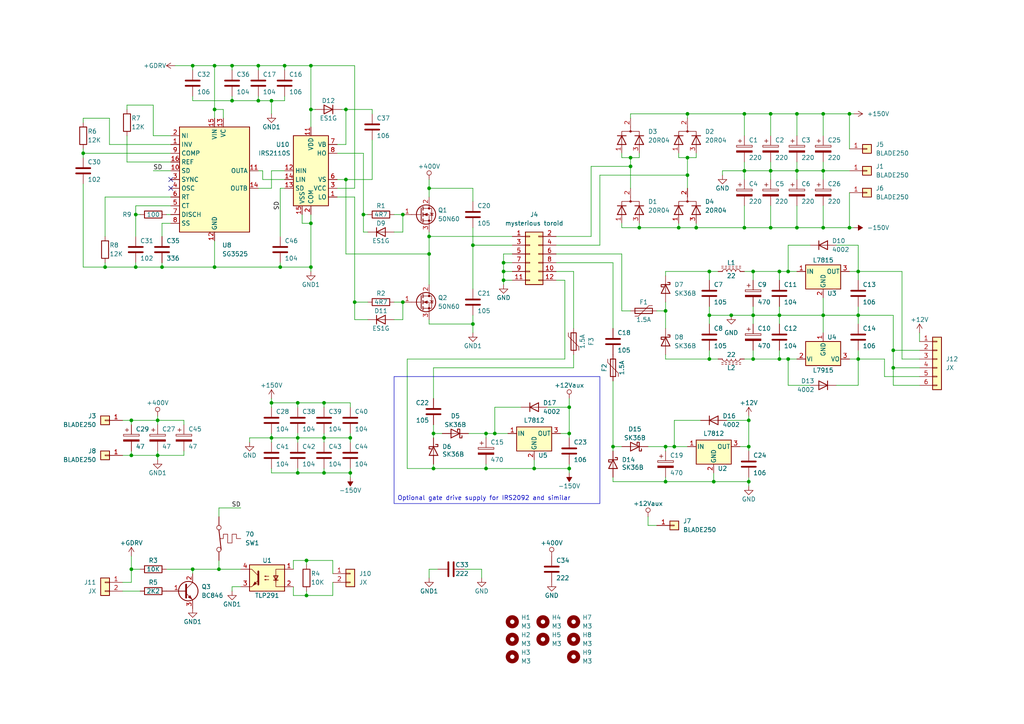
<source format=kicad_sch>
(kicad_sch (version 20230121) (generator eeschema)
  (paper "A4")
  (title_block (title "0000.0104") (date "2023-09-17") (rev "1.0") (company "Haos Redro") (comment 1 "1.2kW power supply for audio amplifiers") (comment 2 "Copyright Taiyo Rawle") (comment 3 "Released under CERN OHL 2.0-S"))
  (junction (at 215.9 33.02))
  (junction (at 24.13 44.45))
  (junction (at 101.6 137.16))
  (junction (at 238.76 33.02))
  (junction (at 218.44 91.44))
  (junction (at 140.97 135.89))
  (junction (at 226.06 78.74))
  (junction (at 246.38 33.02))
  (junction (at 207.01 139.7))
  (junction (at 215.9 66.04))
  (junction (at 78.74 29.21))
  (junction (at 39.37 77.47))
  (junction (at 93.98 116.84))
  (junction (at 105.41 62.23))
  (junction (at 146.05 76.2))
  (junction (at 63.5 165.1))
  (junction (at 248.92 91.44))
  (junction (at 259.08 101.6))
  (junction (at 86.36 137.16))
  (junction (at 116.84 62.23))
  (junction (at 88.9 162.56))
  (junction (at 217.17 139.7))
  (junction (at 125.73 125.73))
  (junction (at 154.94 135.89))
  (junction (at 205.74 78.74))
  (junction (at 93.98 127))
  (junction (at 196.85 66.04))
  (junction (at 231.14 66.04))
  (junction (at 74.93 19.05))
  (junction (at 231.14 33.02))
  (junction (at 201.93 66.04))
  (junction (at 81.28 77.47))
  (junction (at 182.88 45.72))
  (junction (at 185.42 66.04))
  (junction (at 125.73 135.89))
  (junction (at 90.17 64.77))
  (junction (at 228.6 78.74))
  (junction (at 146.05 81.28))
  (junction (at 223.52 49.53))
  (junction (at 212.09 91.44))
  (junction (at 218.44 104.14))
  (junction (at 238.76 66.04))
  (junction (at 124.46 54.61))
  (junction (at 30.48 77.47))
  (junction (at 177.8 129.54))
  (junction (at 46.99 77.47))
  (junction (at 137.16 71.12))
  (junction (at 90.17 19.05))
  (junction (at 88.9 172.72))
  (junction (at 248.92 78.74))
  (junction (at 78.74 127))
  (junction (at 86.36 127))
  (junction (at 217.17 121.92))
  (junction (at 231.14 49.53))
  (junction (at 246.38 66.04))
  (junction (at 93.98 137.16))
  (junction (at 228.6 104.14))
  (junction (at 238.76 49.53))
  (junction (at 38.1 121.92))
  (junction (at 102.87 87.63))
  (junction (at 38.1 165.1))
  (junction (at 67.31 29.21))
  (junction (at 124.46 73.66))
  (junction (at 182.88 48.26))
  (junction (at 55.88 19.05))
  (junction (at 248.92 104.14))
  (junction (at 238.76 91.44))
  (junction (at 90.17 31.75))
  (junction (at 45.72 121.92))
  (junction (at 226.06 91.44))
  (junction (at 165.1 135.89))
  (junction (at 226.06 104.14))
  (junction (at 140.97 125.73))
  (junction (at 193.04 139.7))
  (junction (at 217.17 129.54))
  (junction (at 223.52 33.02))
  (junction (at 218.44 78.74))
  (junction (at 78.74 116.84))
  (junction (at 205.74 91.44))
  (junction (at 137.16 93.98))
  (junction (at 193.04 129.54))
  (junction (at 124.46 68.58))
  (junction (at 259.08 106.68))
  (junction (at 146.05 78.74))
  (junction (at 62.23 77.47))
  (junction (at 215.9 49.53))
  (junction (at 86.36 116.84))
  (junction (at 45.72 132.08))
  (junction (at 90.17 77.47))
  (junction (at 100.33 52.07))
  (junction (at 143.51 125.73))
  (junction (at 55.88 165.1))
  (junction (at 82.55 19.05))
  (junction (at 38.1 132.08))
  (junction (at 199.39 45.72))
  (junction (at 193.04 90.17))
  (junction (at 100.33 31.75))
  (junction (at 205.74 104.14))
  (junction (at 199.39 33.02))
  (junction (at 67.31 19.05))
  (junction (at 62.23 31.75))
  (junction (at 74.93 29.21))
  (junction (at 116.84 87.63))
  (junction (at 195.58 129.54))
  (junction (at 165.1 118.11))
  (junction (at 101.6 127))
  (junction (at 199.39 50.8))
  (junction (at 62.23 19.05))
  (junction (at 223.52 66.04))
  (junction (at 39.37 62.23))
  (junction (at 165.1 125.73))
  (no_connect (at 49.53 54.61))
  (no_connect (at 49.53 52.07))
  (wire (pts (xy 124.46 52.07) (xy 124.46 54.61)))
  (wire (pts (xy 161.29 78.74) (xy 166.37 78.74)))
  (wire (pts (xy 137.16 91.44) (xy 137.16 93.98)))
  (wire (pts (xy 238.76 33.02) (xy 246.38 33.02)))
  (wire (pts (xy 63.5 149.86) (xy 63.5 147.32)))
  (wire (pts (xy 97.79 52.07) (xy 100.33 52.07)))
  (wire (pts (xy 30.48 57.15) (xy 30.48 68.58)))
  (wire (pts (xy 105.41 67.31) (xy 106.68 67.31)))
  (wire (pts (xy 185.42 45.72) (xy 185.42 44.45)))
  (wire (pts (xy 62.23 31.75) (xy 62.23 19.05)))
  (wire (pts (xy 218.44 104.14) (xy 226.06 104.14)))
  (wire (pts (xy 102.87 19.05) (xy 90.17 19.05)))
  (wire (pts (xy 30.48 76.2) (xy 30.48 77.47)))
  (wire (pts (xy 46.99 76.2) (xy 46.99 77.47)))
  (wire (pts (xy 177.8 76.2) (xy 177.8 95.25)))
  (wire (pts (xy 137.16 71.12) (xy 148.59 71.12)))
  (wire (pts (xy 139.7 165.1) (xy 139.7 167.64)))
  (wire (pts (xy 231.14 49.53) (xy 238.76 49.53)))
  (wire (pts (xy 195.58 121.92) (xy 195.58 129.54)))
  (wire (pts (xy 177.8 129.54) (xy 177.8 130.81)))
  (wire (pts (xy 85.09 162.56) (xy 88.9 162.56)))
  (wire (pts (xy 231.14 33.02) (xy 238.76 33.02)))
  (wire (pts (xy 165.1 115.57) (xy 165.1 118.11)))
  (wire (pts (xy 124.46 93.98) (xy 124.46 92.71)))
  (wire (pts (xy 100.33 31.75) (xy 107.95 31.75)))
  (wire (pts (xy 201.93 44.45) (xy 201.93 45.72)))
  (wire (pts (xy 101.6 125.73) (xy 101.6 127)))
  (wire (pts (xy 165.1 125.73) (xy 165.1 127)))
  (wire (pts (xy 212.09 91.44) (xy 205.74 91.44)))
  (wire (pts (xy 193.04 102.87) (xy 193.04 104.14)))
  (wire (pts (xy 215.9 49.53) (xy 215.9 52.07)))
  (wire (pts (xy 214.63 129.54) (xy 217.17 129.54)))
  (wire (pts (xy 24.13 34.29) (xy 24.13 35.56)))
  (wire (pts (xy 195.58 129.54) (xy 199.39 129.54)))
  (wire (pts (xy 193.04 90.17) (xy 193.04 95.25)))
  (wire (pts (xy 49.53 41.91) (xy 31.75 41.91)))
  (wire (pts (xy 162.56 125.73) (xy 165.1 125.73)))
  (wire (pts (xy 76.2 52.07) (xy 82.55 52.07)))
  (wire (pts (xy 67.31 27.94) (xy 67.31 29.21)))
  (wire (pts (xy 248.92 91.44) (xy 259.08 91.44)))
  (wire (pts (xy 45.72 132.08) (xy 45.72 130.81)))
  (wire (pts (xy 78.74 118.11) (xy 78.74 116.84)))
  (wire (pts (xy 116.84 67.31) (xy 116.84 62.23)))
  (wire (pts (xy 182.88 48.26) (xy 171.45 48.26)))
  (wire (pts (xy 125.73 123.19) (xy 125.73 125.73)))
  (wire (pts (xy 124.46 165.1) (xy 127 165.1)))
  (wire (pts (xy 55.88 19.05) (xy 62.23 19.05)))
  (wire (pts (xy 31.75 34.29) (xy 24.13 34.29)))
  (wire (pts (xy 218.44 88.9) (xy 218.44 91.44)))
  (wire (pts (xy 140.97 134.62) (xy 140.97 135.89)))
  (wire (pts (xy 124.46 93.98) (xy 137.16 93.98)))
  (wire (pts (xy 187.96 149.86) (xy 187.96 152.4)))
  (wire (pts (xy 161.29 73.66) (xy 180.34 73.66)))
  (wire (pts (xy 218.44 91.44) (xy 212.09 91.44)))
  (wire (pts (xy 185.42 64.77) (xy 185.42 66.04)))
  (wire (pts (xy 180.34 66.04) (xy 185.42 66.04)))
  (wire (pts (xy 105.41 62.23) (xy 106.68 62.23)))
  (wire (pts (xy 177.8 129.54) (xy 180.34 129.54)))
  (wire (pts (xy 238.76 49.53) (xy 246.38 49.53)))
  (wire (pts (xy 248.92 104.14) (xy 248.92 101.6)))
  (wire (pts (xy 228.6 71.12) (xy 228.6 78.74)))
  (wire (pts (xy 246.38 104.14) (xy 248.92 104.14)))
  (wire (pts (xy 217.17 120.65) (xy 217.17 121.92)))
  (wire (pts (xy 218.44 91.44) (xy 218.44 93.98)))
  (wire (pts (xy 39.37 59.69) (xy 39.37 62.23)))
  (wire (pts (xy 97.79 44.45) (xy 105.41 44.45)))
  (wire (pts (xy 137.16 71.12) (xy 137.16 83.82)))
  (wire (pts (xy 44.45 30.48) (xy 44.45 39.37)))
  (wire (pts (xy 82.55 19.05) (xy 90.17 19.05)))
  (wire (pts (xy 53.34 121.92) (xy 53.34 123.19)))
  (wire (pts (xy 31.75 41.91) (xy 31.75 34.29)))
  (wire (pts (xy 78.74 29.21) (xy 78.74 33.02)))
  (wire (pts (xy 39.37 62.23) (xy 40.64 62.23)))
  (wire (pts (xy 226.06 91.44) (xy 226.06 93.98)))
  (wire (pts (xy 246.38 55.88) (xy 246.38 66.04)))
  (wire (pts (xy 266.7 106.68) (xy 259.08 106.68)))
  (wire (pts (xy 49.53 46.99) (xy 36.83 46.99)))
  (wire (pts (xy 45.72 121.92) (xy 45.72 123.19)))
  (wire (pts (xy 228.6 111.76) (xy 234.95 111.76)))
  (wire (pts (xy 78.74 54.61) (xy 78.74 49.53)))
  (wire (pts (xy 166.37 78.74) (xy 166.37 95.25)))
  (wire (pts (xy 90.17 31.75) (xy 91.44 31.75)))
  (wire (pts (xy 24.13 53.34) (xy 24.13 77.47)))
  (wire (pts (xy 102.87 87.63) (xy 106.68 87.63)))
  (wire (pts (xy 146.05 76.2) (xy 146.05 78.74)))
  (wire (pts (xy 137.16 66.04) (xy 137.16 71.12)))
  (wire (pts (xy 199.39 45.72) (xy 201.93 45.72)))
  (wire (pts (xy 248.92 91.44) (xy 248.92 93.98)))
  (wire (pts (xy 182.88 33.02) (xy 199.39 33.02)))
  (wire (pts (xy 148.59 73.66) (xy 146.05 73.66)))
  (wire (pts (xy 76.2 49.53) (xy 76.2 52.07)))
  (wire (pts (xy 82.55 29.21) (xy 82.55 27.94)))
  (wire (pts (xy 86.36 116.84) (xy 93.98 116.84)))
  (wire (pts (xy 193.04 129.54) (xy 195.58 129.54)))
  (wire (pts (xy 266.7 101.6) (xy 259.08 101.6)))
  (wire (pts (xy 207.01 139.7) (xy 207.01 137.16)))
  (wire (pts (xy 124.46 54.61) (xy 137.16 54.61)))
  (wire (pts (xy 234.95 71.12) (xy 228.6 71.12)))
  (wire (pts (xy 210.82 121.92) (xy 217.17 121.92)))
  (wire (pts (xy 226.06 104.14) (xy 228.6 104.14)))
  (wire (pts (xy 67.31 170.18) (xy 67.31 171.45)))
  (wire (pts (xy 161.29 76.2) (xy 177.8 76.2)))
  (wire (pts (xy 223.52 49.53) (xy 231.14 49.53)))
  (wire (pts (xy 125.73 134.62) (xy 125.73 135.89)))
  (wire (pts (xy 154.94 135.89) (xy 165.1 135.89)))
  (wire (pts (xy 238.76 91.44) (xy 226.06 91.44)))
  (wire (pts (xy 177.8 138.43) (xy 177.8 139.7)))
  (wire (pts (xy 146.05 76.2) (xy 148.59 76.2)))
  (wire (pts (xy 238.76 33.02) (xy 238.76 39.37)))
  (wire (pts (xy 55.88 165.1) (xy 55.88 166.37)))
  (wire (pts (xy 217.17 129.54) (xy 217.17 130.81)))
  (wire (pts (xy 177.8 139.7) (xy 193.04 139.7)))
  (wire (pts (xy 259.08 106.68) (xy 259.08 101.6)))
  (wire (pts (xy 193.04 138.43) (xy 193.04 139.7)))
  (wire (pts (xy 190.5 90.17) (xy 193.04 90.17)))
  (wire (pts (xy 38.1 165.1) (xy 40.64 165.1)))
  (wire (pts (xy 86.36 135.89) (xy 86.36 137.16)))
  (wire (pts (xy 38.1 130.81) (xy 38.1 132.08)))
  (wire (pts (xy 180.34 64.77) (xy 180.34 66.04)))
  (wire (pts (xy 38.1 132.08) (xy 45.72 132.08)))
  (wire (pts (xy 248.92 78.74) (xy 248.92 81.28)))
  (wire (pts (xy 223.52 59.69) (xy 223.52 66.04)))
  (wire (pts (xy 74.93 19.05) (xy 74.93 20.32)))
  (wire (pts (xy 140.97 125.73) (xy 143.51 125.73)))
  (wire (pts (xy 143.51 125.73) (xy 147.32 125.73)))
  (wire (pts (xy 228.6 104.14) (xy 228.6 111.76)))
  (wire (pts (xy 55.88 29.21) (xy 67.31 29.21)))
  (wire (pts (xy 238.76 91.44) (xy 238.76 96.52)))
  (wire (pts (xy 36.83 31.75) (xy 36.83 30.48)))
  (wire (pts (xy 124.46 67.31) (xy 124.46 68.58)))
  (wire (pts (xy 93.98 127) (xy 93.98 128.27)))
  (wire (pts (xy 46.99 64.77) (xy 46.99 68.58)))
  (wire (pts (xy 146.05 81.28) (xy 146.05 82.55)))
  (wire (pts (xy 124.46 167.64) (xy 124.46 165.1)))
  (wire (pts (xy 238.76 66.04) (xy 246.38 66.04)))
  (wire (pts (xy 135.89 125.73) (xy 140.97 125.73)))
  (wire (pts (xy 49.53 59.69) (xy 39.37 59.69)))
  (wire (pts (xy 46.99 77.47) (xy 62.23 77.47)))
  (wire (pts (xy 199.39 45.72) (xy 199.39 50.8)))
  (wire (pts (xy 193.04 104.14) (xy 205.74 104.14)))
  (wire (pts (xy 124.46 68.58) (xy 124.46 73.66)))
  (wire (pts (xy 86.36 127) (xy 93.98 127)))
  (wire (pts (xy 231.14 49.53) (xy 231.14 52.07)))
  (wire (pts (xy 226.06 101.6) (xy 226.06 104.14)))
  (wire (pts (xy 226.06 78.74) (xy 226.06 81.28)))
  (wire (pts (xy 114.3 92.71) (xy 116.84 92.71)))
  (wire (pts (xy 67.31 19.05) (xy 74.93 19.05)))
  (wire (pts (xy 182.88 45.72) (xy 182.88 48.26)))
  (wire (pts (xy 96.52 162.56) (xy 96.52 166.37)))
  (wire (pts (xy 85.09 170.18) (xy 85.09 172.72)))
  (wire (pts (xy 62.23 77.47) (xy 81.28 77.47)))
  (wire (pts (xy 125.73 115.57) (xy 125.73 106.68)))
  (wire (pts (xy 203.2 121.92) (xy 195.58 121.92)))
  (wire (pts (xy 49.53 64.77) (xy 46.99 64.77)))
  (wire (pts (xy 39.37 77.47) (xy 39.37 76.2)))
  (wire (pts (xy 215.9 33.02) (xy 223.52 33.02)))
  (wire (pts (xy 199.39 50.8) (xy 199.39 54.61)))
  (wire (pts (xy 259.08 111.76) (xy 266.7 111.76)))
  (wire (pts (xy 101.6 127) (xy 101.6 128.27)))
  (wire (pts (xy 45.72 132.08) (xy 45.72 133.35)))
  (wire (pts (xy 74.93 19.05) (xy 82.55 19.05)))
  (wire (pts (xy 163.83 104.14) (xy 118.11 104.14)))
  (wire (pts (xy 93.98 125.73) (xy 93.98 127)))
  (wire (pts (xy 246.38 43.18) (xy 246.38 33.02)))
  (wire (pts (xy 166.37 102.87) (xy 166.37 106.68)))
  (wire (pts (xy 24.13 44.45) (xy 24.13 43.18)))
  (wire (pts (xy 137.16 93.98) (xy 137.16 96.52)))
  (wire (pts (xy 39.37 62.23) (xy 39.37 68.58)))
  (wire (pts (xy 67.31 19.05) (xy 67.31 20.32)))
  (wire (pts (xy 177.8 110.49) (xy 177.8 129.54)))
  (wire (pts (xy 218.44 78.74) (xy 218.44 81.28)))
  (wire (pts (xy 215.9 78.74) (xy 218.44 78.74)))
  (wire (pts (xy 35.56 171.45) (xy 40.64 171.45)))
  (wire (pts (xy 101.6 137.16) (xy 101.6 135.89)))
  (wire (pts (xy 140.97 125.73) (xy 140.97 127)))
  (wire (pts (xy 248.92 91.44) (xy 238.76 91.44)))
  (wire (pts (xy 261.62 104.14) (xy 261.62 78.74)))
  (wire (pts (xy 231.14 66.04) (xy 238.76 66.04)))
  (wire (pts (xy 90.17 36.83) (xy 90.17 31.75)))
  (wire (pts (xy 201.93 66.04) (xy 201.93 64.77)))
  (wire (pts (xy 63.5 147.32) (xy 69.85 147.32)))
  (wire (pts (xy 140.97 135.89) (xy 154.94 135.89)))
  (wire (pts (xy 193.04 139.7) (xy 207.01 139.7)))
  (wire (pts (xy 223.52 33.02) (xy 231.14 33.02)))
  (wire (pts (xy 105.41 62.23) (xy 105.41 67.31)))
  (wire (pts (xy 100.33 52.07) (xy 107.95 52.07)))
  (wire (pts (xy 223.52 66.04) (xy 231.14 66.04)))
  (wire (pts (xy 248.92 88.9) (xy 248.92 91.44)))
  (wire (pts (xy 238.76 59.69) (xy 238.76 66.04)))
  (wire (pts (xy 266.7 104.14) (xy 261.62 104.14)))
  (wire (pts (xy 193.04 87.63) (xy 193.04 90.17)))
  (wire (pts (xy 55.88 165.1) (xy 63.5 165.1)))
  (wire (pts (xy 46.99 77.47) (xy 39.37 77.47)))
  (wire (pts (xy 74.93 29.21) (xy 78.74 29.21)))
  (wire (pts (xy 215.9 33.02) (xy 215.9 39.37)))
  (wire (pts (xy 205.74 78.74) (xy 205.74 81.28)))
  (wire (pts (xy 215.9 66.04) (xy 223.52 66.04)))
  (wire (pts (xy 228.6 104.14) (xy 231.14 104.14)))
  (wire (pts (xy 163.83 81.28) (xy 163.83 104.14)))
  (wire (pts (xy 100.33 41.91) (xy 100.33 31.75)))
  (wire (pts (xy 86.36 137.16) (xy 93.98 137.16)))
  (wire (pts (xy 64.77 31.75) (xy 64.77 34.29)))
  (wire (pts (xy 35.56 168.91) (xy 38.1 168.91)))
  (wire (pts (xy 226.06 78.74) (xy 228.6 78.74)))
  (wire (pts (xy 118.11 135.89) (xy 125.73 135.89)))
  (wire (pts (xy 165.1 135.89) (xy 165.1 137.16)))
  (wire (pts (xy 182.88 34.29) (xy 182.88 33.02)))
  (wire (pts (xy 146.05 78.74) (xy 148.59 78.74)))
  (wire (pts (xy 242.57 71.12) (xy 248.92 71.12)))
  (wire (pts (xy 248.92 111.76) (xy 248.92 104.14)))
  (wire (pts (xy 248.92 78.74) (xy 261.62 78.74)))
  (wire (pts (xy 196.85 64.77) (xy 196.85 66.04)))
  (wire (pts (xy 205.74 104.14) (xy 208.28 104.14)))
  (wire (pts (xy 62.23 77.47) (xy 62.23 69.85)))
  (wire (pts (xy 215.9 49.53) (xy 223.52 49.53)))
  (wire (pts (xy 246.38 78.74) (xy 248.92 78.74)))
  (wire (pts (xy 36.83 46.99) (xy 36.83 39.37)))
  (wire (pts (xy 218.44 101.6) (xy 218.44 104.14)))
  (wire (pts (xy 49.53 57.15) (xy 30.48 57.15)))
  (wire (pts (xy 97.79 41.91) (xy 100.33 41.91)))
  (wire (pts (xy 74.93 49.53) (xy 76.2 49.53)))
  (wire (pts (xy 45.72 121.92) (xy 53.34 121.92)))
  (wire (pts (xy 187.96 129.54) (xy 193.04 129.54)))
  (wire (pts (xy 201.93 66.04) (xy 215.9 66.04)))
  (wire (pts (xy 48.26 165.1) (xy 55.88 165.1)))
  (wire (pts (xy 93.98 135.89) (xy 93.98 137.16)))
  (wire (pts (xy 228.6 78.74) (xy 231.14 78.74)))
  (wire (pts (xy 196.85 45.72) (xy 199.39 45.72)))
  (wire (pts (xy 125.73 125.73) (xy 125.73 127)))
  (wire (pts (xy 88.9 162.56) (xy 88.9 163.83)))
  (wire (pts (xy 38.1 168.91) (xy 38.1 165.1)))
  (wire (pts (xy 146.05 78.74) (xy 146.05 81.28)))
  (wire (pts (xy 238.76 49.53) (xy 238.76 52.07)))
  (wire (pts (xy 45.72 121.92) (xy 45.72 120.65)))
  (wire (pts (xy 266.7 96.52) (xy 266.7 99.06)))
  (wire (pts (xy 223.52 33.02) (xy 223.52 39.37)))
  (wire (pts (xy 44.45 49.53) (xy 49.53 49.53)))
  (wire (pts (xy 146.05 73.66) (xy 146.05 76.2)))
  (wire (pts (xy 81.28 76.2) (xy 81.28 77.47)))
  (wire (pts (xy 78.74 137.16) (xy 86.36 137.16)))
  (wire (pts (xy 218.44 78.74) (xy 226.06 78.74)))
  (wire (pts (xy 99.06 31.75) (xy 100.33 31.75)))
  (wire (pts (xy 246.38 33.02) (xy 247.65 33.02)))
  (wire (pts (xy 97.79 54.61) (xy 102.87 54.61)))
  (wire (pts (xy 199.39 33.02) (xy 215.9 33.02)))
  (wire (pts (xy 161.29 81.28) (xy 163.83 81.28)))
  (wire (pts (xy 107.95 52.07) (xy 107.95 40.64)))
  (wire (pts (xy 44.45 39.37) (xy 49.53 39.37)))
  (wire (pts (xy 165.1 118.11) (xy 165.1 125.73)))
  (wire (pts (xy 114.3 87.63) (xy 116.84 87.63)))
  (wire (pts (xy 146.05 81.28) (xy 148.59 81.28)))
  (wire (pts (xy 81.28 54.61) (xy 81.28 68.58)))
  (wire (pts (xy 182.88 45.72) (xy 185.42 45.72)))
  (wire (pts (xy 215.9 46.99) (xy 215.9 49.53)))
  (wire (pts (xy 78.74 125.73) (xy 78.74 127)))
  (wire (pts (xy 215.9 104.14) (xy 218.44 104.14)))
  (wire (pts (xy 62.23 34.29) (xy 62.23 31.75)))
  (wire (pts (xy 137.16 54.61) (xy 137.16 58.42)))
  (wire (pts (xy 87.63 64.77) (xy 90.17 64.77)))
  (wire (pts (xy 38.1 121.92) (xy 45.72 121.92)))
  (wire (pts (xy 78.74 116.84) (xy 86.36 116.84)))
  (wire (pts (xy 205.74 78.74) (xy 193.04 78.74)))
  (wire (pts (xy 90.17 62.23) (xy 90.17 64.77)))
  (wire (pts (xy 154.94 135.89) (xy 154.94 133.35)))
  (wire (pts (xy 82.55 19.05) (xy 82.55 20.32)))
  (wire (pts (xy 63.5 165.1) (xy 69.85 165.1)))
  (wire (pts (xy 256.54 109.22) (xy 256.54 104.14)))
  (wire (pts (xy 208.28 78.74) (xy 205.74 78.74)))
  (wire (pts (xy 53.34 130.81) (xy 53.34 132.08)))
  (wire (pts (xy 205.74 91.44) (xy 205.74 93.98)))
  (wire (pts (xy 231.14 33.02) (xy 231.14 39.37)))
  (wire (pts (xy 196.85 66.04) (xy 201.93 66.04)))
  (wire (pts (xy 101.6 137.16) (xy 101.6 138.43)))
  (wire (pts (xy 199.39 50.8) (xy 173.99 50.8)))
  (wire (pts (xy 209.55 49.53) (xy 209.55 50.8)))
  (wire (pts (xy 226.06 88.9) (xy 226.06 91.44)))
  (wire (pts (xy 124.46 54.61) (xy 124.46 57.15)))
  (wire (pts (xy 97.79 57.15) (xy 102.87 57.15)))
  (wire (pts (xy 93.98 127) (xy 101.6 127)))
  (wire (pts (xy 50.8 19.05) (xy 55.88 19.05)))
  (wire (pts (xy 266.7 109.22) (xy 256.54 109.22)))
  (wire (pts (xy 259.08 106.68) (xy 259.08 111.76)))
  (wire (pts (xy 151.13 118.11) (xy 143.51 118.11)))
  (wire (pts (xy 100.33 73.66) (xy 124.46 73.66)))
  (wire (pts (xy 62.23 31.75) (xy 64.77 31.75)))
  (wire (pts (xy 165.1 135.89) (xy 165.1 134.62)))
  (wire (pts (xy 158.75 118.11) (xy 165.1 118.11)))
  (wire (pts (xy 238.76 46.99) (xy 238.76 49.53)))
  (wire (pts (xy 199.39 33.02) (xy 199.39 34.29)))
  (wire (pts (xy 107.95 31.75) (xy 107.95 33.02)))
  (wire (pts (xy 217.17 139.7) (xy 217.17 140.97)))
  (wire (pts (xy 88.9 162.56) (xy 96.52 162.56)))
  (wire (pts (xy 171.45 48.26) (xy 171.45 68.58)))
  (wire (pts (xy 67.31 29.21) (xy 74.93 29.21)))
  (wire (pts (xy 102.87 87.63) (xy 102.87 92.71)))
  (wire (pts (xy 24.13 44.45) (xy 24.13 45.72)))
  (wire (pts (xy 205.74 91.44) (xy 205.74 88.9)))
  (wire (pts (xy 74.93 54.61) (xy 78.74 54.61)))
  (wire (pts (xy 180.34 90.17) (xy 182.88 90.17)))
  (wire (pts (xy 90.17 64.77) (xy 90.17 77.47)))
  (wire (pts (xy 85.09 172.72) (xy 88.9 172.72)))
  (wire (pts (xy 205.74 101.6) (xy 205.74 104.14)))
  (wire (pts (xy 223.52 46.99) (xy 223.52 49.53)))
  (wire (pts (xy 180.34 45.72) (xy 182.88 45.72)))
  (wire (pts (xy 231.14 49.53) (xy 231.14 46.99)))
  (wire (pts (xy 93.98 137.16) (xy 101.6 137.16)))
  (wire (pts (xy 69.85 170.18) (xy 67.31 170.18)))
  (wire (pts (xy 86.36 116.84) (xy 86.36 118.11)))
  (wire (pts (xy 93.98 116.84) (xy 101.6 116.84)))
  (wire (pts (xy 116.84 92.71) (xy 116.84 87.63)))
  (wire (pts (xy 180.34 44.45) (xy 180.34 45.72)))
  (wire (pts (xy 193.04 129.54) (xy 193.04 130.81)))
  (wire (pts (xy 248.92 104.14) (xy 256.54 104.14)))
  (wire (pts (xy 124.46 68.58) (xy 148.59 68.58)))
  (wire (pts (xy 55.88 19.05) (xy 55.88 20.32)))
  (wire (pts (xy 259.08 101.6) (xy 259.08 91.44)))
  (wire (pts (xy 226.06 91.44) (xy 218.44 91.44)))
  (wire (pts (xy 81.28 77.47) (xy 90.17 77.47)))
  (wire (pts (xy 217.17 121.92) (xy 217.17 129.54)))
  (wire (pts (xy 182.88 48.26) (xy 182.88 54.61)))
  (wire (pts (xy 85.09 165.1) (xy 85.09 162.56)))
  (wire (pts (xy 78.74 135.89) (xy 78.74 137.16)))
  (wire (pts (xy 207.01 139.7) (xy 217.17 139.7)))
  (wire (pts (xy 105.41 44.45) (xy 105.41 62.23)))
  (wire (pts (xy 78.74 127) (xy 72.39 127)))
  (wire (pts (xy 114.3 62.23) (xy 116.84 62.23)))
  (wire (pts (xy 125.73 106.68) (xy 166.37 106.68)))
  (wire (pts (xy 114.3 67.31) (xy 116.84 67.31)))
  (wire (pts (xy 74.93 27.94) (xy 74.93 29.21)))
  (wire (pts (xy 102.87 54.61) (xy 102.87 19.05)))
  (wire (pts (xy 35.56 132.08) (xy 38.1 132.08)))
  (wire (pts (xy 96.52 172.72) (xy 96.52 168.91)))
  (wire (pts (xy 88.9 172.72) (xy 88.9 171.45)))
  (wire (pts (xy 72.39 127) (xy 72.39 128.27)))
  (wire (pts (xy 86.36 127) (xy 86.36 128.27)))
  (wire (pts (xy 125.73 135.89) (xy 140.97 135.89)))
  (wire (pts (xy 193.04 80.01) (xy 193.04 78.74)))
  (wire (pts (xy 217.17 139.7) (xy 217.17 138.43)))
  (wire (pts (xy 248.92 71.12) (xy 248.92 78.74)))
  (wire (pts (xy 102.87 57.15) (xy 102.87 87.63)))
  (wire (pts (xy 101.6 116.84) (xy 101.6 118.11)))
  (wire (pts (xy 49.53 44.45) (xy 24.13 44.45)))
  (wire (pts (xy 62.23 19.05) (xy 67.31 19.05)))
  (wire (pts (xy 185.42 66.04) (xy 196.85 66.04)))
  (wire (pts (xy 24.13 77.47) (xy 30.48 77.47)))
  (wire (pts (xy 30.48 77.47) (xy 39.37 77.47)))
  (wire (pts (xy 78.74 115.57) (xy 78.74 116.84)))
  (wire (pts (xy 238.76 86.36) (xy 238.76 91.44)))
  (wire (pts (xy 246.38 66.04) (xy 247.65 66.04)))
  (wire (pts (xy 215.9 49.53) (xy 209.55 49.53)))
  (wire (pts (xy 93.98 116.84) (xy 93.98 118.11)))
  (wire (pts (xy 88.9 172.72) (xy 96.52 172.72)))
  (wire (pts (xy 173.99 50.8) (xy 173.99 71.12)))
  (wire (pts (xy 231.14 59.69) (xy 231.14 66.04)))
  (wire (pts (xy 118.11 104.14) (xy 118.11 135.89)))
  (wire (pts (xy 38.1 161.29) (xy 38.1 165.1)))
  (wire (pts (xy 38.1 121.92) (xy 38.1 123.19)))
  (wire (pts (xy 35.56 121.92) (xy 38.1 121.92)))
  (wire (pts (xy 78.74 29.21) (xy 82.55 29.21)))
  (wire (pts (xy 36.83 30.48) (xy 44.45 30.48)))
  (wire (pts (xy 81.28 54.61) (xy 82.55 54.61)))
  (wire (pts (xy 78.74 127) (xy 86.36 127)))
  (wire (pts (xy 90.17 77.47) (xy 90.17 78.74)))
  (wire (pts (xy 161.29 68.58) (xy 171.45 68.58)))
  (wire (pts (xy 180.34 73.66) (xy 180.34 90.17)))
  (wire (pts (xy 125.73 125.73) (xy 128.27 125.73)))
  (wire (pts (xy 134.62 165.1) (xy 139.7 165.1)))
  (wire (pts (xy 78.74 49.53) (xy 82.55 49.53)))
  (wire (pts (xy 143.51 118.11) (xy 143.51 125.73)))
  (wire (pts (xy 78.74 127) (xy 78.74 128.27)))
  (wire (pts (xy 187.96 152.4) (xy 190.5 152.4)))
  (wire (pts (xy 48.26 62.23) (xy 49.53 62.23)))
  (wire (pts (xy 86.36 125.73) (xy 86.36 127)))
  (wire (pts (xy 215.9 59.69) (xy 215.9 66.04)))
  (wire (pts (xy 242.57 111.76) (xy 248.92 111.76)))
  (wire (pts (xy 223.52 49.53) (xy 223.52 52.07)))
  (wire (pts (xy 55.88 27.94) (xy 55.88 29.21)))
  (wire (pts (xy 102.87 92.71) (xy 106.68 92.71)))
  (wire (pts (xy 90.17 19.05) (xy 90.17 31.75)))
  (wire (pts (xy 63.5 162.56) (xy 63.5 165.1)))
  (wire (pts (xy 196.85 44.45) (xy 196.85 45.72)))
  (wire (pts (xy 100.33 52.07) (xy 100.33 73.66)))
  (wire (pts (xy 161.29 71.12) (xy 173.99 71.12)))
  (wire (pts (xy 124.46 73.66) (xy 124.46 82.55)))
  (wire (pts (xy 87.63 62.23) (xy 87.63 64.77)))
  (wire (pts (xy 45.72 132.08) (xy 53.34 132.08)))
  (text_box "Optional gate drive supply for IRS2092 and similar" (at 114.3 109.22 0) (size 59.69 36.83) (effects (font (size 1.27 1.27)) (justify left bottom)))
  (label "SD" (at 81.28 60.96 90))
  (label "SD" (at 69.85 147.32 180))
  (label "SD" (at 44.45 49.53 0))
  (symbol (lib_id "Device:C") (at 107.95 36.83 0) (unit 1)
    (property "Reference" "C37" (at 109.22 34.29 0) (effects (justify left)))
    (property "Value" "106" (at 109.22 39.37 0) (effects (justify left)))
    (property "Footprint" "Capacitor_SMD:C_1210_3225Metric" (effects hide))
  )
  (symbol (lib_id "Device:C_Polarized") (at 218.44 85.09 0) (unit 1)
    (property "Reference" "C9" (at 219.71 82.55 0) (effects (justify left)))
    (property "Value" "470" (at 219.71 87.63 0) (effects (justify left)))
    (property "Footprint" "Capacitor_THT:CP_Radial_D10.0mm_P5.00mm" (effects hide))
  )
  (symbol (lib_id "Device:C_Polarized") (at 238.76 43.18 0) (unit 1)
    (property "Reference" "C25" (at 240.03 40.64 0) (effects (justify left)))
    (property "Value" "220" (at 240.03 45.72 0) (effects (justify left)))
    (property "Footprint" "Capacitor_THT:CP_Radial_D16.0mm_P7.50mm" (effects hide))
  )
  (symbol (lib_id "power:GND") (at 209.55 50.8 0) (unit 1)
    (property "Reference" "#PWR026" (effects hide))
    (property "Value" "GND" (at 209.55 54.61 0))
  )
  (symbol (lib_id "Connector_Generic:Conn_01x01") (at 251.46 55.88 0) (unit 1)
    (property "Reference" "J6" (at 254 54.61 0) (effects (justify left)))
    (property "Value" "BLADE250" (at 254 57.15 0) (effects (justify left)))
    (property "Footprint" "HR_Parts:CON-BLADE250-VERTICAL" (effects hide))
  )
  (symbol (lib_id "Device:C") (at 101.6 132.08 0) (unit 1)
    (property "Reference" "C44" (at 102.87 129.54 0) (effects (justify left)))
    (property "Value" "104" (at 102.87 134.62 0) (effects (justify left)))
    (property "Footprint" "Capacitor_SMD:C_1210_3225Metric" (effects hide))
  )
  (symbol (lib_id "Device:C") (at 137.16 62.23 0) (unit 1)
    (property "Reference" "C20" (at 138.43 59.69 0) (effects (justify left)))
    (property "Value" "105" (at 138.43 64.77 0) (effects (justify left)))
    (property "Footprint" "Capacitor_THT:C_Rect_L26.5mm_W11.5mm_P22.50mm_MKS4" (effects hide))
  )
  (symbol (lib_id "power:GND") (at 160.02 168.91 0) (unit 1)
    (property "Reference" "#PWR016" (effects hide))
    (property "Value" "GND" (at 160.02 172.72 0))
  )
  (symbol (lib_id "Device:R") (at 24.13 39.37 180) (unit 1)
    (property "Reference" "R6" (at 25.4 38.1 0) (effects (justify right)))
    (property "Value" "12K" (at 25.4 40.64 0) (effects (justify right)))
    (property "Footprint" "Resistor_SMD:R_0805_2012Metric" (effects hide))
  )
  (symbol (lib_id "Device:C_Polarized") (at 218.44 97.79 0) (unit 1)
    (property "Reference" "C10" (at 219.71 95.25 0) (effects (justify left)))
    (property "Value" "470" (at 219.71 100.33 0) (effects (justify left)))
    (property "Footprint" "Capacitor_THT:CP_Radial_D10.0mm_P5.00mm" (effects hide))
  )
  (symbol (lib_id "power:GND1") (at 78.74 33.02 0) (unit 1)
    (property "Reference" "#PWR018" (effects hide))
    (property "Value" "GND1" (at 78.74 36.83 0))
  )
  (symbol (lib_id "Device:D") (at 238.76 71.12 0) (unit 1)
    (property "Reference" "D10" (at 241.3 69.85 0) (effects (justify left)))
    (property "Value" "4002" (at 241.3 72.39 0) (effects (justify left)))
    (property "Footprint" "Diode_SMD:D_SMA" (effects hide))
    (property "Sim.Device" "D" (effects hide))
    (property "Sim.Pins" "1=K 2=A" (effects hide))
  )
  (symbol (lib_id "Device:R") (at 44.45 171.45 90) (unit 1)
    (property "Reference" "R5" (at 44.45 168.91 90))
    (property "Value" "2K2" (at 44.45 171.45 90))
    (property "Footprint" "Resistor_SMD:R_0805_2012Metric" (effects hide))
  )
  (symbol (lib_id "power:GND") (at 72.39 128.27 0) (unit 1)
    (property "Reference" "#PWR029" (effects hide))
    (property "Value" "GND" (at 72.39 132.08 0))
  )
  (symbol (lib_id "Regulator_Linear:L7812") (at 154.94 125.73 0) (unit 1)
    (property "Reference" "U5" (at 157.48 132.08 0))
    (property "Value" "L7812" (at 154.94 121.92 0))
    (property "Footprint" "Package_TO_SOT_THT:TO-220-3_Vertical" (effects hide))
    (property "Datasheet" "http://www.st.com/content/ccc/resource/technical/document/datasheet/41/4f/b3/b0/12/d4/47/88/CD00000444.pdf/files/CD00000444.pdf/jcr:content/translations/en.CD00000444.pdf" (effects hide))
  )
  (symbol (lib_id "Device:C_Polarized") (at 53.34 127 0) (unit 1)
    (property "Reference" "C45" (at 54.61 124.46 0) (effects (justify left)))
    (property "Value" "47" (at 54.61 129.54 0) (effects (justify left)))
    (property "Footprint" "Capacitor_THT:CP_Radial_D18.0mm_P7.50mm" (effects hide))
  )
  (symbol (lib_id "Device:C_Polarized") (at 140.97 130.81 0) (unit 1)
    (property "Reference" "C15" (at 142.24 128.27 0) (effects (justify left)))
    (property "Value" "470" (at 142.24 133.35 0) (effects (justify left)))
    (property "Footprint" "Capacitor_THT:CP_Radial_D10.0mm_P5.00mm" (effects hide))
  )
  (symbol (lib_id "Device:D_Schottky") (at 132.08 125.73 180) (unit 1)
    (property "Reference" "D5" (at 132.08 120.65 0))
    (property "Value" "SK36B" (at 132.08 123.19 0))
    (property "Footprint" "Diode_SMD:D_SMB" (effects hide))
  )
  (symbol (lib_id "Device:C") (at 24.13 49.53 0) (unit 1)
    (property "Reference" "C30" (at 25.4 46.99 0) (effects (justify left)))
    (property "Value" "102" (at 25.4 52.07 0) (effects (justify left)))
    (property "Footprint" "Capacitor_SMD:C_0805_2012Metric" (effects hide))
  )
  (symbol (lib_id "HR-Parts:+12Vaux") (at 187.96 149.86 0) (unit 1)
    (property "Reference" "#PWR021" (effects hide))
    (property "Value" "+12Vaux" (at 187.96 146.05 0))
  )
  (symbol (lib_id "HR-Parts:-150V") (at 247.65 66.04 270) (mirror x) (unit 1)
    (property "Reference" "#PWR023" (effects hide))
    (property "Value" "-150V" (at 251.46 66.04 90) (effects (justify left)))
  )
  (symbol (lib_id "power:+12V") (at 217.17 120.65 0) (unit 1)
    (property "Reference" "#PWR020" (effects hide))
    (property "Value" "+12V" (at 217.17 116.84 0))
  )
  (symbol (lib_id "Device:C") (at 248.92 97.79 0) (unit 1)
    (property "Reference" "C14" (at 250.19 95.25 0) (effects (justify left)))
    (property "Value" "106" (at 250.19 100.33 0) (effects (justify left)))
    (property "Footprint" "Capacitor_SMD:C_1210_3225Metric" (effects hide))
  )
  (symbol (lib_id "Device:C") (at 205.74 97.79 0) (unit 1)
    (property "Reference" "C8" (at 207.01 95.25 0) (effects (justify left)))
    (property "Value" "105" (at 207.01 100.33 0) (effects (justify left)))
    (property "Footprint" "Capacitor_SMD:C_1210_3225Metric" (effects hide))
  )
  (symbol (lib_id "Connector_Generic:Conn_01x01") (at 30.48 132.08 0) (mirror y) (unit 1)
    (property "Reference" "J8" (at 27.94 130.81 0) (effects (justify left)))
    (property "Value" "BLADE250" (at 27.94 133.35 0) (effects (justify left)))
    (property "Footprint" "HR_Parts:CON-BLADE250-VERTICAL" (effects hide))
  )
  (symbol (lib_id "power:GND") (at 146.05 82.55 0) (unit 1)
    (property "Reference" "#PWR025" (effects hide))
    (property "Value" "GND" (at 146.05 86.36 0))
  )
  (symbol (lib_id "power:GND") (at 139.7 167.64 0) (unit 1)
    (property "Reference" "#PWR014" (effects hide))
    (property "Value" "GND" (at 139.7 171.45 0))
  )
  (symbol (lib_id "Device:D") (at 238.76 111.76 0) (mirror y) (unit 1)
    (property "Reference" "D13" (at 236.22 110.49 0) (effects (justify left)))
    (property "Value" "4002" (at 236.22 113.03 0) (effects (justify left)))
    (property "Footprint" "Diode_SMD:D_SMA" (effects hide))
    (property "Sim.Device" "D" (effects hide))
    (property "Sim.Pins" "1=K 2=A" (effects hide))
  )
  (symbol (lib_id "Mechanical:MountingHole") (at 148.59 185.42 0) (unit 1)
    (property "Reference" "H2" (at 151.13 184.15 0) (effects (justify left)))
    (property "Value" "M3" (at 151.13 186.69 0) (effects (justify left)))
    (property "Footprint" "MountingHole:MountingHole_3.2mm_M3" (effects hide))
  )
  (symbol (lib_id "Driver_FET:IRS2110S") (at 90.17 49.53 0) (unit 1)
    (property "Reference" "U10" (at 80.01 41.91 0) (effects (justify left)))
    (property "Value" "IRS2110S" (at 74.93 44.45 0) (effects (justify left)))
    (property "Footprint" "Package_SO:SOIC-16W_7.5x10.3mm_P1.27mm" (effects hide))
    (property "Datasheet" "https://www.infineon.com/dgdl/irs2110.pdf?fileId=5546d462533600a40153567660ff27b0" (effects hide))
  )
  (symbol (lib_id "Device:C") (at 226.06 85.09 0) (unit 1)
    (property "Reference" "C11" (at 227.33 82.55 0) (effects (justify left)))
    (property "Value" "104" (at 227.33 87.63 0) (effects (justify left)))
    (property "Footprint" "Capacitor_SMD:C_0805_2012Metric" (effects hide))
  )
  (symbol (lib_id "Device:C_Polarized") (at 193.04 134.62 0) (unit 1)
    (property "Reference" "C19" (at 194.31 132.08 0) (effects (justify left)))
    (property "Value" "470" (at 194.31 137.16 0) (effects (justify left)))
    (property "Footprint" "Capacitor_THT:CP_Radial_D10.0mm_P5.00mm" (effects hide))
  )
  (symbol (lib_id "Device:C") (at 93.98 132.08 0) (unit 1)
    (property "Reference" "C43" (at 95.25 129.54 0) (effects (justify left)))
    (property "Value" "104" (at 95.25 134.62 0) (effects (justify left)))
    (property "Footprint" "Capacitor_SMD:C_1210_3225Metric" (effects hide))
  )
  (symbol (lib_id "Connector_Generic:Conn_01x01") (at 251.46 49.53 0) (unit 1)
    (property "Reference" "J1" (at 254 48.26 0) (effects (justify left)))
    (property "Value" "BLADE250" (at 254 50.8 0) (effects (justify left)))
    (property "Footprint" "HR_Parts:CON-BLADE250-VERTICAL" (effects hide))
  )
  (symbol (lib_id "Device:D_Dual_CommonCathode_AKA_Parallel") (at 182.88 39.37 90) (unit 1)
    (property "Reference" "D3" (at 187.96 38.1635 90) (effects (justify right)))
    (property "Value" "20R04" (at 187.96 40.7035 90) (effects (justify right)))
    (property "Footprint" "HR_Parts:TO-220-3_Vertical_Staggered" (effects hide))
  )
  (symbol (lib_id "Connector_Generic:Conn_01x02") (at 101.6 166.37 0) (unit 1)
    (property "Reference" "J10" (at 104.14 166.37 0) (effects (justify left)))
    (property "Value" "JX" (at 104.14 168.91 0) (effects (justify left)))
    (property "Footprint" "Connector_JST:JST_XA_B02B-XASK-1-A_1x02_P2.50mm_Vertical" (effects hide))
  )
  (symbol (lib_id "Device:D") (at 154.94 118.11 0) (unit 1)
    (property "Reference" "D17" (at 157.48 116.84 0) (effects (justify left)))
    (property "Value" "4002" (at 157.48 119.38 0) (effects (justify left)))
    (property "Footprint" "Diode_SMD:D_SMA" (effects hide))
    (property "Sim.Device" "D" (effects hide))
    (property "Sim.Pins" "1=K 2=A" (effects hide))
  )
  (symbol (lib_id "HR-Parts:+400V") (at 160.02 161.29 0) (unit 1)
    (property "Reference" "#PWR017" (effects hide))
    (property "Value" "+400V" (at 160.02 157.48 0))
  )
  (symbol (lib_id "Device:C") (at 74.93 24.13 0) (unit 1)
    (property "Reference" "C17" (at 76.2 21.59 0) (effects (justify left)))
    (property "Value" "104" (at 76.2 26.67 0) (effects (justify left)))
    (property "Footprint" "Capacitor_SMD:C_0805_2012Metric" (effects hide))
  )
  (symbol (lib_id "Device:D_Schottky") (at 184.15 129.54 180) (unit 1)
    (property "Reference" "D15" (at 184.15 124.46 0))
    (property "Value" "SK36B" (at 184.15 127 0))
    (property "Footprint" "Diode_SMD:D_SMB" (effects hide))
  )
  (symbol (lib_id "Device:D_Dual_CommonCathode_AKA_Parallel") (at 182.88 59.69 90) (unit 1)
    (property "Reference" "D1" (at 187.96 58.4835 90) (effects (justify right)))
    (property "Value" "20R04" (at 187.96 61.0235 90) (effects (justify right)))
    (property "Footprint" "HR_Parts:TO-220-3_Vertical_Staggered" (effects hide))
  )
  (symbol (lib_id "Device:C") (at 160.02 165.1 0) (unit 1)
    (property "Reference" "C34" (at 161.29 162.56 0) (effects (justify left)))
    (property "Value" "222" (at 161.29 167.64 0) (effects (justify left)))
    (property "Footprint" "Capacitor_THT:C_Disc_D10.5mm_W5.0mm_P10.00mm" (effects hide))
  )
  (symbol (lib_id "Device:C") (at 217.17 134.62 0) (unit 1)
    (property "Reference" "C24" (at 218.44 132.08 0) (effects (justify left)))
    (property "Value" "106" (at 218.44 137.16 0) (effects (justify left)))
    (property "Footprint" "Capacitor_SMD:C_1210_3225Metric" (effects hide))
  )
  (symbol (lib_id "Mechanical:MountingHole") (at 157.48 180.34 0) (unit 1)
    (property "Reference" "H4" (at 160.02 179.07 0) (effects (justify left)))
    (property "Value" "M3" (at 160.02 181.61 0) (effects (justify left)))
    (property "Footprint" "MountingHole:MountingHole_3.2mm_M3" (effects hide))
  )
  (symbol (lib_id "Regulator_Controller:SG3525") (at 62.23 52.07 0) (unit 1)
    (property "Reference" "U8" (at 64.4241 71.12 0) (effects (justify left)))
    (property "Value" "SG3525" (at 64.4241 73.66 0) (effects (justify left)))
    (property "Footprint" "Package_SO:SO-16_3.9x9.9mm_P1.27mm" (effects hide))
    (property "Datasheet" "www.st.com/resource/en/datasheet/sg3525.pdf" (effects hide))
  )
  (symbol (lib_id "power:GND1") (at 124.46 167.64 0) (unit 1)
    (property "Reference" "#PWR015" (effects hide))
    (property "Value" "GND1" (at 124.46 171.45 0))
  )
  (symbol (lib_id "Device:C_Polarized") (at 231.14 43.18 0) (unit 1)
    (property "Reference" "C3" (at 232.41 40.64 0) (effects (justify left)))
    (property "Value" "220" (at 232.41 45.72 0) (effects (justify left)))
    (property "Footprint" "Capacitor_THT:CP_Radial_D16.0mm_P7.50mm" (effects hide))
  )
  (symbol (lib_id "Mechanical:MountingHole") (at 148.59 190.5 0) (unit 1)
    (property "Reference" "H3" (at 151.13 189.23 0) (effects (justify left)))
    (property "Value" "M3" (at 151.13 191.77 0) (effects (justify left)))
    (property "Footprint" "MountingHole:MountingHole_3.2mm_M3" (effects hide))
  )
  (symbol (lib_id "Device:D_Schottky") (at 193.04 83.82 270) (unit 1)
    (property "Reference" "D7" (at 195.58 82.55 90) (effects (justify left)))
    (property "Value" "SK36B" (at 195.58 85.09 90) (effects (justify left)))
    (property "Footprint" "Diode_SMD:D_SMB" (effects hide))
  )
  (symbol (lib_id "Mechanical:MountingHole") (at 166.37 190.5 0) (unit 1)
    (property "Reference" "H9" (at 168.91 189.23 0) (effects (justify left)))
    (property "Value" "M3" (at 168.91 191.77 0) (effects (justify left)))
    (property "Footprint" "MountingHole:MountingHole_3.2mm_M3" (effects hide))
  )
  (symbol (lib_id "Device:C") (at 205.74 85.09 0) (unit 1)
    (property "Reference" "C7" (at 207.01 82.55 0) (effects (justify left)))
    (property "Value" "105" (at 207.01 87.63 0) (effects (justify left)))
    (property "Footprint" "Capacitor_SMD:C_1210_3225Metric" (effects hide))
  )
  (symbol (lib_id "power:+12V") (at 266.7 96.52 0) (unit 1)
    (property "Reference" "#PWR024" (effects hide))
    (property "Value" "+12V" (at 266.7 92.71 0))
  )
  (symbol (lib_id "Device:C") (at 130.81 165.1 90) (unit 1)
    (property "Reference" "C33" (at 132.08 163.83 90) (effects (justify right)))
    (property "Value" "222" (at 132.08 166.37 90) (effects (justify right)))
    (property "Footprint" "Capacitor_THT:C_Disc_D10.5mm_W5.0mm_P10.00mm" (effects hide))
  )
  (symbol (lib_id "Device:C") (at 101.6 121.92 0) (unit 1)
    (property "Reference" "C40" (at 102.87 119.38 0) (effects (justify left)))
    (property "Value" "104" (at 102.87 124.46 0) (effects (justify left)))
    (property "Footprint" "Capacitor_SMD:C_1210_3225Metric" (effects hide))
  )
  (symbol (lib_id "Regulator_Linear:L7812") (at 207.01 129.54 0) (unit 1)
    (property "Reference" "U2" (at 209.55 135.89 0))
    (property "Value" "L7812" (at 207.01 125.73 0))
    (property "Footprint" "Package_TO_SOT_THT:TO-220-3_Vertical" (effects hide))
    (property "Datasheet" "http://www.st.com/content/ccc/resource/technical/document/datasheet/41/4f/b3/b0/12/d4/47/88/CD00000444.pdf/files/CD00000444.pdf/jcr:content/translations/en.CD00000444.pdf" (effects hide))
  )
  (symbol (lib_id "Device:C") (at 81.28 72.39 0) (unit 1)
    (property "Reference" "C46" (at 82.55 69.85 0) (effects (justify left)))
    (property "Value" "104" (at 82.55 74.93 0) (effects (justify left)))
    (property "Footprint" "Capacitor_SMD:C_0805_2012Metric" (effects hide))
  )
  (symbol (lib_id "Device:R") (at 110.49 62.23 90) (unit 1)
    (property "Reference" "R1" (at 110.49 59.69 90))
    (property "Value" "4R7" (at 110.49 62.23 90))
    (property "Footprint" "Resistor_SMD:R_1210_3225Metric" (effects hide))
  )
  (symbol (lib_id "Device:R") (at 36.83 35.56 180) (unit 1)
    (property "Reference" "R7" (at 38.1 34.29 0) (effects (justify right)))
    (property "Value" "12K" (at 38.1 36.83 0) (effects (justify right)))
    (property "Footprint" "Resistor_SMD:R_0805_2012Metric" (effects hide))
  )
  (symbol (lib_id "Device:C") (at 78.74 121.92 0) (unit 1)
    (property "Reference" "C28" (at 80.01 119.38 0) (effects (justify left)))
    (property "Value" "104" (at 80.01 124.46 0) (effects (justify left)))
    (property "Footprint" "Capacitor_SMD:C_1210_3225Metric" (effects hide))
  )
  (symbol (lib_id "power:GND1") (at 137.16 96.52 0) (unit 1)
    (property "Reference" "#PWR08" (effects hide))
    (property "Value" "GND1" (at 137.16 100.33 0))
  )
  (symbol (lib_id "Device:C_Polarized") (at 215.9 55.88 0) (unit 1)
    (property "Reference" "C4" (at 217.17 53.34 0) (effects (justify left)))
    (property "Value" "220" (at 217.17 58.42 0) (effects (justify left)))
    (property "Footprint" "Capacitor_THT:CP_Radial_D16.0mm_P7.50mm" (effects hide))
  )
  (symbol (lib_id "power:GND") (at 217.17 140.97 0) (unit 1)
    (property "Reference" "#PWR09" (effects hide))
    (property "Value" "GND" (at 217.17 144.78 0))
  )
  (symbol (lib_id "Device:Polyfuse") (at 186.69 90.17 90) (unit 1)
    (property "Reference" "F1" (at 186.69 87.63 90))
    (property "Value" "1.5A" (at 186.69 92.71 90))
    (property "Footprint" "Fuse:Fuse_1210_3225Metric" (effects hide))
  )
  (symbol (lib_id "Device:D_Dual_CommonCathode_AKA_Parallel") (at 199.39 39.37 90) (unit 1)
    (property "Reference" "D2" (at 204.47 38.1635 90) (effects (justify right)))
    (property "Value" "20R04" (at 204.47 40.7035 90) (effects (justify right)))
    (property "Footprint" "HR_Parts:TO-220-3_Vertical_Staggered" (effects hide))
  )
  (symbol (lib_id "Device:R") (at 44.45 62.23 90) (unit 1)
    (property "Reference" "R9" (at 36.83 62.23 90))
    (property "Value" "100" (at 44.45 62.23 90))
    (property "Footprint" "Resistor_SMD:R_0805_2012Metric" (effects hide))
  )
  (symbol (lib_id "Device:L_Ferrite") (at 212.09 78.74 90) (unit 1)
    (property "Reference" "L1" (at 212.09 76.2 90))
    (property "Value" "22" (at 212.09 80.01 90))
    (property "Footprint" "HR_Parts:INDUCTOR_SMD_7x7" (effects hide))
  )
  (symbol (lib_id "HR-Parts:-150V") (at 165.1 137.16 180) (unit 1)
    (property "Reference" "#PWR03" (effects hide))
    (property "Value" "-150V" (at 165.1 140.97 0))
  )
  (symbol (lib_id "HR-Parts:+150V") (at 78.74 115.57 0) (unit 1)
    (property "Reference" "#PWR05" (effects hide))
    (property "Value" "+150V" (at 78.74 111.76 0))
  )
  (symbol (lib_id "Device:C_Polarized") (at 238.76 55.88 0) (unit 1)
    (property "Reference" "C26" (at 240.03 53.34 0) (effects (justify left)))
    (property "Value" "220" (at 240.03 58.42 0) (effects (justify left)))
    (property "Footprint" "Capacitor_THT:CP_Radial_D16.0mm_P7.50mm" (effects hide))
  )
  (symbol (lib_id "Device:R") (at 30.48 72.39 180) (unit 1)
    (property "Reference" "R8" (at 31.75 71.12 0) (effects (justify right)))
    (property "Value" "12K" (at 31.75 73.66 0) (effects (justify right)))
    (property "Footprint" "Resistor_SMD:R_0805_2012Metric" (effects hide))
  )
  (symbol (lib_id "power:GND") (at 212.09 91.44 0) (unit 1)
    (property "Reference" "#PWR027" (effects hide))
    (property "Value" "GND" (at 212.09 96.52 0))
  )
  (symbol (lib_id "Device:C") (at 86.36 121.92 0) (unit 1)
    (property "Reference" "C38" (at 87.63 119.38 0) (effects (justify left)))
    (property "Value" "104" (at 87.63 124.46 0) (effects (justify left)))
    (property "Footprint" "Capacitor_SMD:C_1210_3225Metric" (effects hide))
  )
  (symbol (lib_id "Device:Q_NMOS_GDS") (at 121.92 87.63 0) (unit 1)
    (property "Reference" "Q2" (at 127 86.36 0) (effects (justify left)))
    (property "Value" "50N60" (at 127 88.9 0) (effects (justify left)))
    (property "Footprint" "Package_TO_SOT_THT:TO-247-3_Vertical" (effects hide))
  )
  (symbol (lib_id "Isolator:TLP291") (at 77.47 167.64 0) (mirror y) (unit 1)
    (property "Reference" "U1" (at 77.47 162.56 0))
    (property "Value" "TLP291" (at 77.47 172.72 0))
    (property "Footprint" "Package_DIP:DIP-4_W10.16mm" (effects hide))
    (property "Datasheet" "https://toshiba.semicon-storage.com/info/docget.jsp?did=12884&prodName=TLP291" (effects hide))
  )
  (symbol (lib_id "Device:C") (at 39.37 72.39 0) (unit 1)
    (property "Reference" "C31" (at 40.64 69.85 0) (effects (justify left)))
    (property "Value" "102" (at 40.64 74.93 0) (effects (justify left)))
    (property "Footprint" "Capacitor_SMD:C_0805_2012Metric" (effects hide))
  )
  (symbol (lib_id "Device:Polyfuse") (at 166.37 99.06 180) (unit 1)
    (property "Reference" "F3" (at 171.45 99.06 90))
    (property "Value" "1.5A" (at 168.91 99.06 90))
    (property "Footprint" "Fuse:Fuse_1210_3225Metric" (effects hide))
  )
  (symbol (lib_id "Device:C") (at 137.16 87.63 0) (unit 1)
    (property "Reference" "C21" (at 138.43 85.09 0) (effects (justify left)))
    (property "Value" "105" (at 138.43 90.17 0) (effects (justify left)))
    (property "Footprint" "Capacitor_THT:C_Rect_L26.5mm_W11.5mm_P22.50mm_MKS4" (effects hide))
  )
  (symbol (lib_id "Device:R") (at 44.45 165.1 270) (unit 1)
    (property "Reference" "R3" (at 44.45 162.56 90))
    (property "Value" "10K" (at 44.45 165.1 90))
    (property "Footprint" "Resistor_SMD:R_0805_2012Metric" (effects hide))
  )
  (symbol (lib_id "Regulator_Linear:L7815") (at 238.76 78.74 0) (unit 1)
    (property "Reference" "U3" (at 241.3 85.09 0))
    (property "Value" "L7815" (at 238.76 76.2 0) (effects (justify bottom)))
    (property "Footprint" "Package_TO_SOT_THT:TO-220-3_Vertical" (effects hide))
    (property "Datasheet" "http://www.st.com/content/ccc/resource/technical/document/datasheet/41/4f/b3/b0/12/d4/47/88/CD00000444.pdf/files/CD00000444.pdf/jcr:content/translations/en.CD00000444.pdf" (effects hide))
  )
  (symbol (lib_id "Device:Q_NPN_BCE") (at 53.34 171.45 0) (unit 1)
    (property "Reference" "Q3" (at 58.42 170.18 0) (effects (justify left)))
    (property "Value" "BC846" (at 58.42 172.72 0) (effects (justify left)))
    (property "Footprint" "Package_TO_SOT_SMD:SOT-23" (effects hide))
  )
  (symbol (lib_id "Device:C") (at 248.92 85.09 0) (unit 1)
    (property "Reference" "C13" (at 250.19 82.55 0) (effects (justify left)))
    (property "Value" "106" (at 250.19 87.63 0) (effects (justify left)))
    (property "Footprint" "Capacitor_SMD:C_1210_3225Metric" (effects hide))
  )
  (symbol (lib_id "power:GND1") (at 55.88 176.53 0) (unit 1)
    (property "Reference" "#PWR030" (effects hide))
    (property "Value" "GND1" (at 55.88 180.34 0))
  )
  (symbol (lib_id "Device:C_Polarized") (at 231.14 55.88 0) (unit 1)
    (property "Reference" "C6" (at 232.41 53.34 0) (effects (justify left)))
    (property "Value" "220" (at 232.41 58.42 0) (effects (justify left)))
    (property "Footprint" "Capacitor_THT:CP_Radial_D16.0mm_P7.50mm" (effects hide))
  )
  (symbol (lib_id "Device:D_Schottky") (at 125.73 130.81 270) (unit 1)
    (property "Reference" "D6" (at 128.27 129.54 90) (effects (justify left)))
    (property "Value" "SK36B" (at 128.27 131.7625 90) (effects (justify left)))
    (property "Footprint" "Diode_SMD:D_SMB" (effects hide))
  )
  (symbol (lib_id "Connector_Generic:Conn_01x01") (at 251.46 43.18 0) (unit 1)
    (property "Reference" "J5" (at 254 41.91 0) (effects (justify left)))
    (property "Value" "BLADE250" (at 254 44.45 0) (effects (justify left)))
    (property "Footprint" "HR_Parts:CON-BLADE250-VERTICAL" (effects hide))
  )
  (symbol (lib_id "Device:D") (at 110.49 92.71 0) (unit 1)
    (property "Reference" "D11" (at 110.49 90.17 0))
    (property "Value" "ES1G" (at 110.49 95.25 0))
    (property "Footprint" "Diode_SMD:D_SMA" (effects hide))
    (property "Sim.Device" "D" (effects hide))
    (property "Sim.Pins" "1=K 2=A" (effects hide))
  )
  (symbol (lib_id "HR-Parts:+400V") (at 45.72 120.65 0) (unit 1)
    (property "Reference" "#PWR010" (effects hide))
    (property "Value" "+400V" (at 45.72 116.84 0))
  )
  (symbol (lib_id "power:GND1") (at 90.17 78.74 0) (unit 1)
    (property "Reference" "#PWR06" (effects hide))
    (property "Value" "GND1" (at 90.17 82.55 0))
  )
  (symbol (lib_id "Device:C") (at 86.36 132.08 0) (unit 1)
    (property "Reference" "C42" (at 87.63 129.54 0) (effects (justify left)))
    (property "Value" "104" (at 87.63 134.62 0) (effects (justify left)))
    (property "Footprint" "Capacitor_SMD:C_1210_3225Metric" (effects hide))
  )
  (symbol (lib_id "Device:C_Polarized") (at 215.9 43.18 0) (unit 1)
    (property "Reference" "C1" (at 217.17 40.64 0) (effects (justify left)))
    (property "Value" "220" (at 217.17 45.72 0) (effects (justify left)))
    (property "Footprint" "Capacitor_THT:CP_Radial_D16.0mm_P7.50mm" (effects hide))
  )
  (symbol (lib_id "Device:C") (at 82.55 24.13 0) (unit 1)
    (property "Reference" "C16" (at 83.82 21.59 0) (effects (justify left)))
    (property "Value" "106" (at 83.82 26.67 0) (effects (justify left)))
    (property "Footprint" "Capacitor_SMD:C_1210_3225Metric" (effects hide))
  )
  (symbol (lib_id "Mechanical:MountingHole") (at 166.37 185.42 0) (unit 1)
    (property "Reference" "H8" (at 168.91 184.15 0) (effects (justify left)))
    (property "Value" "M3" (at 168.91 186.69 0) (effects (justify left)))
    (property "Footprint" "MountingHole:MountingHole_3.2mm_M3" (effects hide))
  )
  (symbol (lib_id "Mechanical:MountingHole") (at 166.37 180.34 0) (unit 1)
    (property "Reference" "H7" (at 168.91 179.07 0) (effects (justify left)))
    (property "Value" "M3" (at 168.91 181.61 0) (effects (justify left)))
    (property "Footprint" "MountingHole:MountingHole_3.2mm_M3" (effects hide))
  )
  (symbol (lib_id "Connector_Generic:Conn_01x01") (at 195.58 152.4 0) (unit 1)
    (property "Reference" "J7" (at 198.12 151.13 0) (effects (justify left)))
    (property "Value" "BLADE250" (at 198.12 153.67 0) (effects (justify left)))
    (property "Footprint" "HR_Parts:CON-BLADE250-VERTICAL" (effects hide))
  )
  (symbol (lib_id "HR-Parts:THERMOSTAT_NC") (at 63.5 156.21 90) (mirror x) (unit 1)
    (property "Reference" "SW1" (at 71.12 157.48 90) (effects (justify right)))
    (property "Value" "70" (at 71.12 154.94 90) (effects (justify right)))
    (property "Footprint" "Package_TO_SOT_THT:TO-220-2_Vertical" (effects hide))
  )
  (symbol (lib_id "Connector_Generic:Conn_02x06_Odd_Even") (at 153.67 73.66 0) (unit 1)
    (property "Reference" "J4" (at 154.94 62.23 0))
    (property "Value" "mysterious toroid" (at 154.94 64.77 0))
    (property "Footprint" "HR_Parts:TRANSFORMER-TOROID-D55-H-8P-1" (effects hide))
  )
  (symbol (lib_id "power:GND1") (at 67.31 171.45 0) (unit 1)
    (property "Reference" "#PWR04" (effects hide))
    (property "Value" "GND1" (at 67.31 175.26 0))
  )
  (symbol (lib_id "Device:C_Polarized") (at 223.52 55.88 0) (unit 1)
    (property "Reference" "C5" (at 224.79 53.34 0) (effects (justify left)))
    (property "Value" "220" (at 224.79 58.42 0) (effects (justify left)))
    (property "Footprint" "Capacitor_THT:CP_Radial_D16.0mm_P7.50mm" (effects hide))
  )
  (symbol (lib_id "Device:D_Dual_CommonCathode_AKA_Parallel") (at 199.39 59.69 90) (unit 1)
    (property "Reference" "D4" (at 204.47 58.4835 90) (effects (justify right)))
    (property "Value" "20R04" (at 204.47 61.0235 90) (effects (justify right)))
    (property "Footprint" "HR_Parts:TO-220-3_Vertical_Staggered" (effects hide))
  )
  (symbol (lib_id "Device:D_Schottky") (at 177.8 134.62 270) (unit 1)
    (property "Reference" "D14" (at 180.34 133.35 90) (effects (justify left)))
    (property "Value" "SK36B" (at 180.34 135.5725 90) (effects (justify left)))
    (property "Footprint" "Diode_SMD:D_SMB" (effects hide))
  )
  (symbol (lib_id "Device:L_Ferrite") (at 212.09 104.14 90) (mirror x) (unit 1)
    (property "Reference" "L2" (at 212.09 106.68 90))
    (property "Value" "22" (at 212.09 102.87 90))
    (property "Footprint" "HR_Parts:INDUCTOR_SMD_7x7" (effects hide))
  )
  (symbol (lib_id "Device:C_Polarized") (at 45.72 127 0) (unit 1)
    (property "Reference" "C27" (at 46.99 124.46 0) (effects (justify left)))
    (property "Value" "47" (at 46.99 129.54 0) (effects (justify left)))
    (property "Footprint" "Capacitor_THT:CP_Radial_D18.0mm_P7.50mm" (effects hide))
  )
  (symbol (lib_id "Regulator_Linear:L7915") (at 238.76 104.14 0) (unit 1)
    (property "Reference" "U4" (at 241.3 97.79 0))
    (property "Value" "L7915" (at 238.76 106.68 0) (effects (justify top)))
    (property "Footprint" "Package_TO_SOT_THT:TO-220-3_Vertical" (effects hide))
    (property "Datasheet" "http://www.st.com/content/ccc/resource/technical/document/datasheet/c9/16/86/41/c7/2b/45/f2/CD00000450.pdf/files/CD00000450.pdf/jcr:content/translations/en.CD00000450.pdf" (effects hide))
  )
  (symbol (lib_id "Device:C") (at 46.99 72.39 0) (unit 1)
    (property "Reference" "C35" (at 48.26 69.85 0) (effects (justify left)))
    (property "Value" "336" (at 48.26 74.93 0) (effects (justify left)))
    (property "Footprint" "Capacitor_SMD:C_0805_2012Metric" (effects hide))
  )
  (symbol (lib_id "Device:R") (at 88.9 167.64 180) (unit 1)
    (property "Reference" "R4" (at 90.17 166.37 0) (effects (justify right)))
    (property "Value" "10K" (at 90.17 168.91 0) (effects (justify right)))
    (property "Footprint" "Resistor_SMD:R_0805_2012Metric" (effects hide))
  )
  (symbol (lib_id "Device:C") (at 177.8 99.06 180) (unit 1)
    (property "Reference" "C18" (at 179.07 96.52 0) (effects (justify right)))
    (property "Value" "105" (at 179.07 101.6 0) (effects (justify right)))
    (property "Footprint" "Capacitor_SMD:C_1210_3225Metric" (effects hide))
  )
  (symbol (lib_id "Device:Polyfuse") (at 177.8 106.68 180) (unit 1)
    (property "Reference" "F2" (at 175.26 106.68 90))
    (property "Value" "1.5A" (at 180.34 106.68 90))
    (property "Footprint" "Fuse:Fuse_1210_3225Metric" (effects hide))
  )
  (symbol (lib_id "Device:C_Polarized") (at 223.52 43.18 0) (unit 1)
    (property "Reference" "C2" (at 224.79 40.64 0) (effects (justify left)))
    (property "Value" "220" (at 224.79 45.72 0) (effects (justify left)))
    (property "Footprint" "Capacitor_THT:CP_Radial_D16.0mm_P7.50mm" (effects hide))
  )
  (symbol (lib_id "Device:C") (at 165.1 130.81 0) (unit 1)
    (property "Reference" "C23" (at 166.37 128.27 0) (effects (justify left)))
    (property "Value" "106" (at 166.37 133.35 0) (effects (justify left)))
    (property "Footprint" "Capacitor_SMD:C_1210_3225Metric" (effects hide))
  )
  (symbol (lib_id "Device:C_Polarized") (at 38.1 127 0) (unit 1)
    (property "Reference" "C29" (at 39.37 124.46 0) (effects (justify left)))
    (property "Value" "47" (at 39.37 129.54 0) (effects (justify left)))
    (property "Footprint" "Capacitor_THT:CP_Radial_D18.0mm_P7.50mm" (effects hide))
  )
  (symbol (lib_id "Device:D") (at 110.49 67.31 0) (unit 1)
    (property "Reference" "D9" (at 110.49 64.77 0))
    (property "Value" "ES1G" (at 110.49 69.85 0))
    (property "Footprint" "Diode_SMD:D_SMA" (effects hide))
    (property "Sim.Device" "D" (effects hide))
    (property "Sim.Pins" "1=K 2=A" (effects hide))
  )
  (symbol (lib_id "HR-Parts:+150V") (at 247.65 33.02 270) (unit 1)
    (property "Reference" "#PWR022" (effects hide))
    (property "Value" "+150V" (at 251.46 33.02 90) (effects (justify left)))
  )
  (symbol (lib_id "Connector_Generic:Conn_01x01") (at 30.48 121.92 0) (mirror y) (unit 1)
    (property "Reference" "J3" (at 27.94 120.65 0) (effects (justify left)))
    (property "Value" "BLADE250" (at 27.94 123.19 0) (effects (justify left)))
    (property "Footprint" "HR_Parts:CON-BLADE250-VERTICAL" (effects hide))
  )
  (symbol (lib_id "HR-Parts:+400V") (at 124.46 52.07 0) (unit 1)
    (property "Reference" "#PWR01" (effects hide))
    (property "Value" "+400V" (at 124.46 48.26 0))
  )
  (symbol (lib_id "Connector_Generic:Conn_01x02") (at 30.48 168.91 0) (mirror y) (unit 1)
    (property "Reference" "J11" (at 27.94 168.91 0) (effects (justify left)))
    (property "Value" "JX" (at 27.94 171.45 0) (effects (justify left)))
    (property "Footprint" "Connector_JST:JST_XA_B02B-XASK-1-A_1x02_P2.50mm_Vertical" (effects hide))
  )
  (symbol (lib_id "HR-Parts:+12Vaux") (at 165.1 115.57 0) (unit 1)
    (property "Reference" "#PWR02" (effects hide))
    (property "Value" "+12Vaux" (at 165.1 111.76 0))
  )
  (symbol (lib_id "Device:C") (at 78.74 132.08 0) (unit 1)
    (property "Reference" "C41" (at 80.01 129.54 0) (effects (justify left)))
    (property "Value" "104" (at 80.01 134.62 0) (effects (justify left)))
    (property "Footprint" "Capacitor_SMD:C_1210_3225Metric" (effects hide))
  )
  (symbol (lib_id "Device:C") (at 125.73 119.38 0) (mirror x) (unit 1)
    (property "Reference" "C22" (at 124.46 116.84 0) (effects (justify right)))
    (property "Value" "105" (at 124.46 121.92 0) (effects (justify right)))
    (property "Footprint" "Capacitor_SMD:C_1210_3225Metric" (effects hide))
  )
  (symbol (lib_id "Device:C") (at 67.31 24.13 0) (unit 1)
    (property "Reference" "C36" (at 68.58 21.59 0) (effects (justify left)))
    (property "Value" "104" (at 68.58 26.67 0) (effects (justify left)))
    (property "Footprint" "Capacitor_SMD:C_0805_2012Metric" (effects hide))
  )
  (symbol (lib_id "Device:C") (at 226.06 97.79 0) (unit 1)
    (property "Reference" "C12" (at 227.33 95.25 0) (effects (justify left)))
    (property "Value" "104" (at 227.33 100.33 0) (effects (justify left)))
    (property "Footprint" "Capacitor_SMD:C_0805_2012Metric" (effects hide))
  )
  (symbol (lib_id "Device:Q_NMOS_GDS") (at 121.92 62.23 0) (unit 1)
    (property "Reference" "Q1" (at 127 60.96 0) (effects (justify left)))
    (property "Value" "50N60" (at 127 63.5 0) (effects (justify left)))
    (property "Footprint" "Package_TO_SOT_THT:TO-247-3_Vertical" (effects hide))
  )
  (symbol (lib_id "Mechanical:MountingHole") (at 157.48 185.42 0) (unit 1)
    (property "Reference" "H5" (at 160.02 184.15 0) (effects (justify left)))
    (property "Value" "M3" (at 160.02 186.69 0) (effects (justify left)))
    (property "Footprint" "MountingHole:MountingHole_3.2mm_M3" (effects hide))
  )
  (symbol (lib_id "Device:C") (at 93.98 121.92 0) (unit 1)
    (property "Reference" "C39" (at 95.25 119.38 0) (effects (justify left)))
    (property "Value" "104" (at 95.25 124.46 0) (effects (justify left)))
    (property "Footprint" "Capacitor_SMD:C_1210_3225Metric" (effects hide))
  )
  (symbol (lib_id "HR-Parts:+GDRV") (at 38.1 161.29 0) (unit 1)
    (property "Reference" "#PWR019" (effects hide))
    (property "Value" "+GDRV" (at 38.1 157.48 0))
  )
  (symbol (lib_id "Device:C") (at 55.88 24.13 0) (unit 1)
    (property "Reference" "C32" (at 57.15 21.59 0) (effects (justify left)))
    (property "Value" "106" (at 57.15 26.67 0) (effects (justify left)))
    (property "Footprint" "Capacitor_SMD:C_1210_3225Metric" (effects hide))
  )
  (symbol (lib_id "HR-Parts:+GDRV") (at 50.8 19.05 90) (mirror x) (unit 1)
    (property "Reference" "#PWR07" (effects hide))
    (property "Value" "+GDRV" (at 48.26 19.05 90) (effects (justify left)))
  )
  (symbol (lib_id "Device:D_Schottky") (at 193.04 99.06 270) (unit 1)
    (property "Reference" "D8" (at 195.58 97.79 90) (effects (justify left)))
    (property "Value" "SK36B" (at 195.58 100.33 90) (effects (justify left)))
    (property "Footprint" "Diode_SMD:D_SMB" (effects hide))
  )
  (symbol (lib_id "Device:D") (at 95.25 31.75 0) (mirror y) (unit 1)
    (property "Reference" "D12" (at 95.25 29.21 0))
    (property "Value" "ES1G" (at 95.25 34.29 0))
    (property "Footprint" "Diode_SMD:D_SMA" (effects hide))
    (property "Sim.Device" "D" (effects hide))
    (property "Sim.Pins" "1=K 2=A" (effects hide))
  )
  (symbol (lib_id "Mechanical:MountingHole") (at 148.59 180.34 0) (unit 1)
    (property "Reference" "H1" (at 151.13 179.07 0) (effects (justify left)))
    (property "Value" "M3" (at 151.13 181.61 0) (effects (justify left)))
    (property "Footprint" "MountingHole:MountingHole_3.2mm_M3" (effects hide))
  )
  (symbol (lib_id "HR-Parts:-150V") (at 101.6 138.43 180) (unit 1)
    (property "Reference" "#PWR028" (effects hide))
    (property "Value" "-150V" (at 101.6 142.24 0))
  )
  (symbol (lib_id "Connector_Generic:Conn_01x06") (at 271.78 104.14 0) (unit 1)
    (property "Reference" "J12" (at 274.32 104.14 0) (effects (justify left)))
    (property "Value" "JX" (at 274.32 106.68 0) (effects (justify left)))
    (property "Footprint" "Connector_JST:JST_XA_B06B-XASK-1-A_1x06_P2.50mm_Vertical" (effects hide))
  )
  (symbol (lib_id "Device:R") (at 110.49 87.63 90) (unit 1)
    (property "Reference" "R2" (at 110.49 85.09 90))
    (property "Value" "4R7" (at 110.49 87.63 90))
    (property "Footprint" "Resistor_SMD:R_1210_3225Metric" (effects hide))
  )
  (symbol (lib_id "Device:D") (at 207.01 121.92 0) (unit 1)
    (property "Reference" "D16" (at 209.55 120.65 0) (effects (justify left)))
    (property "Value" "4002" (at 209.55 123.19 0) (effects (justify left)))
    (property "Footprint" "Diode_SMD:D_SMA" (effects hide))
    (property "Sim.Device" "D" (effects hide))
    (property "Sim.Pins" "1=K 2=A" (effects hide))
  )
  (symbol (lib_id "power:GND1") (at 45.72 133.35 0) (unit 1)
    (property "Reference" "#PWR011" (effects hide))
    (property "Value" "GND1" (at 45.72 137.16 0))
  )
)
</source>
